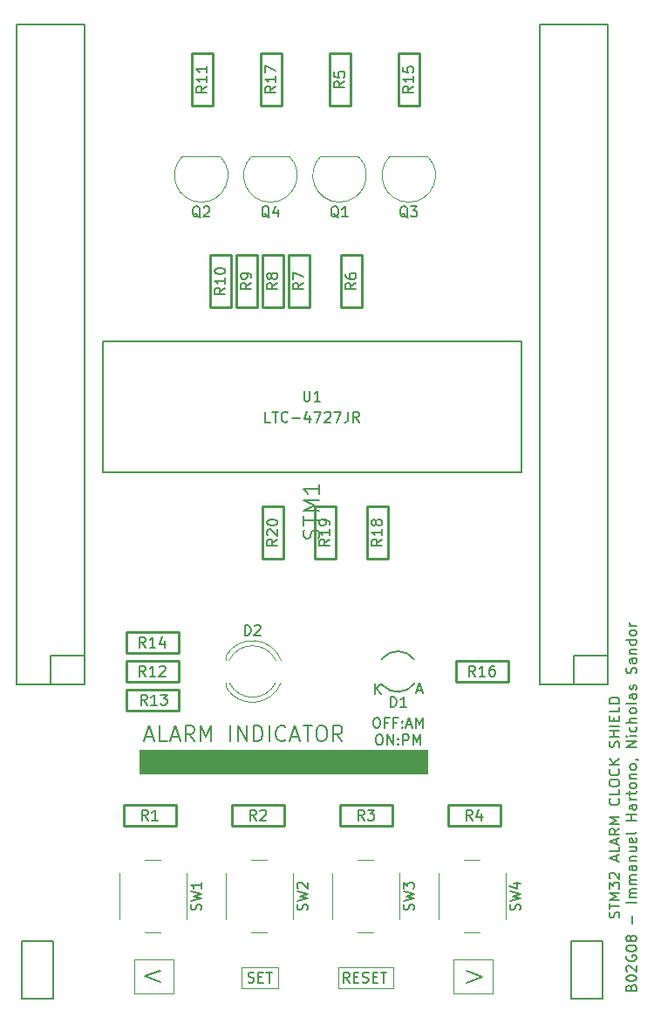
<source format=gbr>
%TF.GenerationSoftware,KiCad,Pcbnew,(5.1.10)-1*%
%TF.CreationDate,2021-07-08T21:42:34-07:00*%
%TF.ProjectId,299PCB,32393950-4342-42e6-9b69-6361645f7063,rev?*%
%TF.SameCoordinates,Original*%
%TF.FileFunction,Legend,Top*%
%TF.FilePolarity,Positive*%
%FSLAX46Y46*%
G04 Gerber Fmt 4.6, Leading zero omitted, Abs format (unit mm)*
G04 Created by KiCad (PCBNEW (5.1.10)-1) date 2021-07-08 21:42:34*
%MOMM*%
%LPD*%
G01*
G04 APERTURE LIST*
%ADD10C,0.150000*%
%ADD11C,0.120000*%
%ADD12C,0.100000*%
%ADD13C,0.254000*%
%ADD14C,0.152400*%
%ADD15C,0.203200*%
G04 APERTURE END LIST*
D10*
X190333761Y-128292476D02*
X190381380Y-128149619D01*
X190381380Y-127911523D01*
X190333761Y-127816285D01*
X190286142Y-127768666D01*
X190190904Y-127721047D01*
X190095666Y-127721047D01*
X190000428Y-127768666D01*
X189952809Y-127816285D01*
X189905190Y-127911523D01*
X189857571Y-128102000D01*
X189809952Y-128197238D01*
X189762333Y-128244857D01*
X189667095Y-128292476D01*
X189571857Y-128292476D01*
X189476619Y-128244857D01*
X189429000Y-128197238D01*
X189381380Y-128102000D01*
X189381380Y-127863904D01*
X189429000Y-127721047D01*
X189381380Y-127435333D02*
X189381380Y-126863904D01*
X190381380Y-127149619D02*
X189381380Y-127149619D01*
X190381380Y-126530571D02*
X189381380Y-126530571D01*
X190095666Y-126197238D01*
X189381380Y-125863904D01*
X190381380Y-125863904D01*
X189381380Y-125482952D02*
X189381380Y-124863904D01*
X189762333Y-125197238D01*
X189762333Y-125054380D01*
X189809952Y-124959142D01*
X189857571Y-124911523D01*
X189952809Y-124863904D01*
X190190904Y-124863904D01*
X190286142Y-124911523D01*
X190333761Y-124959142D01*
X190381380Y-125054380D01*
X190381380Y-125340095D01*
X190333761Y-125435333D01*
X190286142Y-125482952D01*
X189476619Y-124482952D02*
X189429000Y-124435333D01*
X189381380Y-124340095D01*
X189381380Y-124102000D01*
X189429000Y-124006761D01*
X189476619Y-123959142D01*
X189571857Y-123911523D01*
X189667095Y-123911523D01*
X189809952Y-123959142D01*
X190381380Y-124530571D01*
X190381380Y-123911523D01*
X190095666Y-122768666D02*
X190095666Y-122292476D01*
X190381380Y-122863904D02*
X189381380Y-122530571D01*
X190381380Y-122197238D01*
X190381380Y-121387714D02*
X190381380Y-121863904D01*
X189381380Y-121863904D01*
X190095666Y-121102000D02*
X190095666Y-120625809D01*
X190381380Y-121197238D02*
X189381380Y-120863904D01*
X190381380Y-120530571D01*
X190381380Y-119625809D02*
X189905190Y-119959142D01*
X190381380Y-120197238D02*
X189381380Y-120197238D01*
X189381380Y-119816285D01*
X189429000Y-119721047D01*
X189476619Y-119673428D01*
X189571857Y-119625809D01*
X189714714Y-119625809D01*
X189809952Y-119673428D01*
X189857571Y-119721047D01*
X189905190Y-119816285D01*
X189905190Y-120197238D01*
X190381380Y-119197238D02*
X189381380Y-119197238D01*
X190095666Y-118863904D01*
X189381380Y-118530571D01*
X190381380Y-118530571D01*
X190286142Y-116721047D02*
X190333761Y-116768666D01*
X190381380Y-116911523D01*
X190381380Y-117006761D01*
X190333761Y-117149619D01*
X190238523Y-117244857D01*
X190143285Y-117292476D01*
X189952809Y-117340095D01*
X189809952Y-117340095D01*
X189619476Y-117292476D01*
X189524238Y-117244857D01*
X189429000Y-117149619D01*
X189381380Y-117006761D01*
X189381380Y-116911523D01*
X189429000Y-116768666D01*
X189476619Y-116721047D01*
X190381380Y-115816285D02*
X190381380Y-116292476D01*
X189381380Y-116292476D01*
X189381380Y-115292476D02*
X189381380Y-115102000D01*
X189429000Y-115006761D01*
X189524238Y-114911523D01*
X189714714Y-114863904D01*
X190048047Y-114863904D01*
X190238523Y-114911523D01*
X190333761Y-115006761D01*
X190381380Y-115102000D01*
X190381380Y-115292476D01*
X190333761Y-115387714D01*
X190238523Y-115482952D01*
X190048047Y-115530571D01*
X189714714Y-115530571D01*
X189524238Y-115482952D01*
X189429000Y-115387714D01*
X189381380Y-115292476D01*
X190286142Y-113863904D02*
X190333761Y-113911523D01*
X190381380Y-114054380D01*
X190381380Y-114149619D01*
X190333761Y-114292476D01*
X190238523Y-114387714D01*
X190143285Y-114435333D01*
X189952809Y-114482952D01*
X189809952Y-114482952D01*
X189619476Y-114435333D01*
X189524238Y-114387714D01*
X189429000Y-114292476D01*
X189381380Y-114149619D01*
X189381380Y-114054380D01*
X189429000Y-113911523D01*
X189476619Y-113863904D01*
X190381380Y-113435333D02*
X189381380Y-113435333D01*
X190381380Y-112863904D02*
X189809952Y-113292476D01*
X189381380Y-112863904D02*
X189952809Y-113435333D01*
X190333761Y-111721047D02*
X190381380Y-111578190D01*
X190381380Y-111340095D01*
X190333761Y-111244857D01*
X190286142Y-111197238D01*
X190190904Y-111149619D01*
X190095666Y-111149619D01*
X190000428Y-111197238D01*
X189952809Y-111244857D01*
X189905190Y-111340095D01*
X189857571Y-111530571D01*
X189809952Y-111625809D01*
X189762333Y-111673428D01*
X189667095Y-111721047D01*
X189571857Y-111721047D01*
X189476619Y-111673428D01*
X189429000Y-111625809D01*
X189381380Y-111530571D01*
X189381380Y-111292476D01*
X189429000Y-111149619D01*
X190381380Y-110721047D02*
X189381380Y-110721047D01*
X189857571Y-110721047D02*
X189857571Y-110149619D01*
X190381380Y-110149619D02*
X189381380Y-110149619D01*
X190381380Y-109673428D02*
X189381380Y-109673428D01*
X189857571Y-109197238D02*
X189857571Y-108863904D01*
X190381380Y-108721047D02*
X190381380Y-109197238D01*
X189381380Y-109197238D01*
X189381380Y-108721047D01*
X190381380Y-107816285D02*
X190381380Y-108292476D01*
X189381380Y-108292476D01*
X190381380Y-107482952D02*
X189381380Y-107482952D01*
X189381380Y-107244857D01*
X189429000Y-107102000D01*
X189524238Y-107006761D01*
X189619476Y-106959142D01*
X189809952Y-106911523D01*
X189952809Y-106911523D01*
X190143285Y-106959142D01*
X190238523Y-107006761D01*
X190333761Y-107102000D01*
X190381380Y-107244857D01*
X190381380Y-107482952D01*
X191507571Y-135054380D02*
X191555190Y-134911523D01*
X191602809Y-134863904D01*
X191698047Y-134816285D01*
X191840904Y-134816285D01*
X191936142Y-134863904D01*
X191983761Y-134911523D01*
X192031380Y-135006761D01*
X192031380Y-135387714D01*
X191031380Y-135387714D01*
X191031380Y-135054380D01*
X191079000Y-134959142D01*
X191126619Y-134911523D01*
X191221857Y-134863904D01*
X191317095Y-134863904D01*
X191412333Y-134911523D01*
X191459952Y-134959142D01*
X191507571Y-135054380D01*
X191507571Y-135387714D01*
X191031380Y-134197238D02*
X191031380Y-134102000D01*
X191079000Y-134006761D01*
X191126619Y-133959142D01*
X191221857Y-133911523D01*
X191412333Y-133863904D01*
X191650428Y-133863904D01*
X191840904Y-133911523D01*
X191936142Y-133959142D01*
X191983761Y-134006761D01*
X192031380Y-134102000D01*
X192031380Y-134197238D01*
X191983761Y-134292476D01*
X191936142Y-134340095D01*
X191840904Y-134387714D01*
X191650428Y-134435333D01*
X191412333Y-134435333D01*
X191221857Y-134387714D01*
X191126619Y-134340095D01*
X191079000Y-134292476D01*
X191031380Y-134197238D01*
X191126619Y-133482952D02*
X191079000Y-133435333D01*
X191031380Y-133340095D01*
X191031380Y-133102000D01*
X191079000Y-133006761D01*
X191126619Y-132959142D01*
X191221857Y-132911523D01*
X191317095Y-132911523D01*
X191459952Y-132959142D01*
X192031380Y-133530571D01*
X192031380Y-132911523D01*
X191079000Y-131959142D02*
X191031380Y-132054380D01*
X191031380Y-132197238D01*
X191079000Y-132340095D01*
X191174238Y-132435333D01*
X191269476Y-132482952D01*
X191459952Y-132530571D01*
X191602809Y-132530571D01*
X191793285Y-132482952D01*
X191888523Y-132435333D01*
X191983761Y-132340095D01*
X192031380Y-132197238D01*
X192031380Y-132102000D01*
X191983761Y-131959142D01*
X191936142Y-131911523D01*
X191602809Y-131911523D01*
X191602809Y-132102000D01*
X191031380Y-131292476D02*
X191031380Y-131197238D01*
X191079000Y-131102000D01*
X191126619Y-131054380D01*
X191221857Y-131006761D01*
X191412333Y-130959142D01*
X191650428Y-130959142D01*
X191840904Y-131006761D01*
X191936142Y-131054380D01*
X191983761Y-131102000D01*
X192031380Y-131197238D01*
X192031380Y-131292476D01*
X191983761Y-131387714D01*
X191936142Y-131435333D01*
X191840904Y-131482952D01*
X191650428Y-131530571D01*
X191412333Y-131530571D01*
X191221857Y-131482952D01*
X191126619Y-131435333D01*
X191079000Y-131387714D01*
X191031380Y-131292476D01*
X191459952Y-130387714D02*
X191412333Y-130482952D01*
X191364714Y-130530571D01*
X191269476Y-130578190D01*
X191221857Y-130578190D01*
X191126619Y-130530571D01*
X191079000Y-130482952D01*
X191031380Y-130387714D01*
X191031380Y-130197238D01*
X191079000Y-130102000D01*
X191126619Y-130054380D01*
X191221857Y-130006761D01*
X191269476Y-130006761D01*
X191364714Y-130054380D01*
X191412333Y-130102000D01*
X191459952Y-130197238D01*
X191459952Y-130387714D01*
X191507571Y-130482952D01*
X191555190Y-130530571D01*
X191650428Y-130578190D01*
X191840904Y-130578190D01*
X191936142Y-130530571D01*
X191983761Y-130482952D01*
X192031380Y-130387714D01*
X192031380Y-130197238D01*
X191983761Y-130102000D01*
X191936142Y-130054380D01*
X191840904Y-130006761D01*
X191650428Y-130006761D01*
X191555190Y-130054380D01*
X191507571Y-130102000D01*
X191459952Y-130197238D01*
X191650428Y-128816285D02*
X191650428Y-128054380D01*
X192031380Y-126816285D02*
X191031380Y-126816285D01*
X192031380Y-126340095D02*
X191364714Y-126340095D01*
X191459952Y-126340095D02*
X191412333Y-126292476D01*
X191364714Y-126197238D01*
X191364714Y-126054380D01*
X191412333Y-125959142D01*
X191507571Y-125911523D01*
X192031380Y-125911523D01*
X191507571Y-125911523D02*
X191412333Y-125863904D01*
X191364714Y-125768666D01*
X191364714Y-125625809D01*
X191412333Y-125530571D01*
X191507571Y-125482952D01*
X192031380Y-125482952D01*
X192031380Y-125006761D02*
X191364714Y-125006761D01*
X191459952Y-125006761D02*
X191412333Y-124959142D01*
X191364714Y-124863904D01*
X191364714Y-124721047D01*
X191412333Y-124625809D01*
X191507571Y-124578190D01*
X192031380Y-124578190D01*
X191507571Y-124578190D02*
X191412333Y-124530571D01*
X191364714Y-124435333D01*
X191364714Y-124292476D01*
X191412333Y-124197238D01*
X191507571Y-124149619D01*
X192031380Y-124149619D01*
X192031380Y-123244857D02*
X191507571Y-123244857D01*
X191412333Y-123292476D01*
X191364714Y-123387714D01*
X191364714Y-123578190D01*
X191412333Y-123673428D01*
X191983761Y-123244857D02*
X192031380Y-123340095D01*
X192031380Y-123578190D01*
X191983761Y-123673428D01*
X191888523Y-123721047D01*
X191793285Y-123721047D01*
X191698047Y-123673428D01*
X191650428Y-123578190D01*
X191650428Y-123340095D01*
X191602809Y-123244857D01*
X191364714Y-122768666D02*
X192031380Y-122768666D01*
X191459952Y-122768666D02*
X191412333Y-122721047D01*
X191364714Y-122625809D01*
X191364714Y-122482952D01*
X191412333Y-122387714D01*
X191507571Y-122340095D01*
X192031380Y-122340095D01*
X191364714Y-121435333D02*
X192031380Y-121435333D01*
X191364714Y-121863904D02*
X191888523Y-121863904D01*
X191983761Y-121816285D01*
X192031380Y-121721047D01*
X192031380Y-121578190D01*
X191983761Y-121482952D01*
X191936142Y-121435333D01*
X191983761Y-120578190D02*
X192031380Y-120673428D01*
X192031380Y-120863904D01*
X191983761Y-120959142D01*
X191888523Y-121006761D01*
X191507571Y-121006761D01*
X191412333Y-120959142D01*
X191364714Y-120863904D01*
X191364714Y-120673428D01*
X191412333Y-120578190D01*
X191507571Y-120530571D01*
X191602809Y-120530571D01*
X191698047Y-121006761D01*
X192031380Y-119959142D02*
X191983761Y-120054380D01*
X191888523Y-120102000D01*
X191031380Y-120102000D01*
X192031380Y-118816285D02*
X191031380Y-118816285D01*
X191507571Y-118816285D02*
X191507571Y-118244857D01*
X192031380Y-118244857D02*
X191031380Y-118244857D01*
X192031380Y-117340095D02*
X191507571Y-117340095D01*
X191412333Y-117387714D01*
X191364714Y-117482952D01*
X191364714Y-117673428D01*
X191412333Y-117768666D01*
X191983761Y-117340095D02*
X192031380Y-117435333D01*
X192031380Y-117673428D01*
X191983761Y-117768666D01*
X191888523Y-117816285D01*
X191793285Y-117816285D01*
X191698047Y-117768666D01*
X191650428Y-117673428D01*
X191650428Y-117435333D01*
X191602809Y-117340095D01*
X192031380Y-116863904D02*
X191364714Y-116863904D01*
X191555190Y-116863904D02*
X191459952Y-116816285D01*
X191412333Y-116768666D01*
X191364714Y-116673428D01*
X191364714Y-116578190D01*
X191364714Y-116387714D02*
X191364714Y-116006761D01*
X191031380Y-116244857D02*
X191888523Y-116244857D01*
X191983761Y-116197238D01*
X192031380Y-116102000D01*
X192031380Y-116006761D01*
X192031380Y-115530571D02*
X191983761Y-115625809D01*
X191936142Y-115673428D01*
X191840904Y-115721047D01*
X191555190Y-115721047D01*
X191459952Y-115673428D01*
X191412333Y-115625809D01*
X191364714Y-115530571D01*
X191364714Y-115387714D01*
X191412333Y-115292476D01*
X191459952Y-115244857D01*
X191555190Y-115197238D01*
X191840904Y-115197238D01*
X191936142Y-115244857D01*
X191983761Y-115292476D01*
X192031380Y-115387714D01*
X192031380Y-115530571D01*
X191364714Y-114768666D02*
X192031380Y-114768666D01*
X191459952Y-114768666D02*
X191412333Y-114721047D01*
X191364714Y-114625809D01*
X191364714Y-114482952D01*
X191412333Y-114387714D01*
X191507571Y-114340095D01*
X192031380Y-114340095D01*
X192031380Y-113721047D02*
X191983761Y-113816285D01*
X191936142Y-113863904D01*
X191840904Y-113911523D01*
X191555190Y-113911523D01*
X191459952Y-113863904D01*
X191412333Y-113816285D01*
X191364714Y-113721047D01*
X191364714Y-113578190D01*
X191412333Y-113482952D01*
X191459952Y-113435333D01*
X191555190Y-113387714D01*
X191840904Y-113387714D01*
X191936142Y-113435333D01*
X191983761Y-113482952D01*
X192031380Y-113578190D01*
X192031380Y-113721047D01*
X191983761Y-112911523D02*
X192031380Y-112911523D01*
X192126619Y-112959142D01*
X192174238Y-113006761D01*
X192031380Y-111721047D02*
X191031380Y-111721047D01*
X192031380Y-111149619D01*
X191031380Y-111149619D01*
X192031380Y-110673428D02*
X191364714Y-110673428D01*
X191031380Y-110673428D02*
X191079000Y-110721047D01*
X191126619Y-110673428D01*
X191079000Y-110625809D01*
X191031380Y-110673428D01*
X191126619Y-110673428D01*
X191983761Y-109768666D02*
X192031380Y-109863904D01*
X192031380Y-110054380D01*
X191983761Y-110149619D01*
X191936142Y-110197238D01*
X191840904Y-110244857D01*
X191555190Y-110244857D01*
X191459952Y-110197238D01*
X191412333Y-110149619D01*
X191364714Y-110054380D01*
X191364714Y-109863904D01*
X191412333Y-109768666D01*
X192031380Y-109340095D02*
X191031380Y-109340095D01*
X192031380Y-108911523D02*
X191507571Y-108911523D01*
X191412333Y-108959142D01*
X191364714Y-109054380D01*
X191364714Y-109197238D01*
X191412333Y-109292476D01*
X191459952Y-109340095D01*
X192031380Y-108292476D02*
X191983761Y-108387714D01*
X191936142Y-108435333D01*
X191840904Y-108482952D01*
X191555190Y-108482952D01*
X191459952Y-108435333D01*
X191412333Y-108387714D01*
X191364714Y-108292476D01*
X191364714Y-108149619D01*
X191412333Y-108054380D01*
X191459952Y-108006761D01*
X191555190Y-107959142D01*
X191840904Y-107959142D01*
X191936142Y-108006761D01*
X191983761Y-108054380D01*
X192031380Y-108149619D01*
X192031380Y-108292476D01*
X192031380Y-107387714D02*
X191983761Y-107482952D01*
X191888523Y-107530571D01*
X191031380Y-107530571D01*
X192031380Y-106578190D02*
X191507571Y-106578190D01*
X191412333Y-106625809D01*
X191364714Y-106721047D01*
X191364714Y-106911523D01*
X191412333Y-107006761D01*
X191983761Y-106578190D02*
X192031380Y-106673428D01*
X192031380Y-106911523D01*
X191983761Y-107006761D01*
X191888523Y-107054380D01*
X191793285Y-107054380D01*
X191698047Y-107006761D01*
X191650428Y-106911523D01*
X191650428Y-106673428D01*
X191602809Y-106578190D01*
X191983761Y-106149619D02*
X192031380Y-106054380D01*
X192031380Y-105863904D01*
X191983761Y-105768666D01*
X191888523Y-105721047D01*
X191840904Y-105721047D01*
X191745666Y-105768666D01*
X191698047Y-105863904D01*
X191698047Y-106006761D01*
X191650428Y-106102000D01*
X191555190Y-106149619D01*
X191507571Y-106149619D01*
X191412333Y-106102000D01*
X191364714Y-106006761D01*
X191364714Y-105863904D01*
X191412333Y-105768666D01*
X191983761Y-104578190D02*
X192031380Y-104435333D01*
X192031380Y-104197238D01*
X191983761Y-104102000D01*
X191936142Y-104054380D01*
X191840904Y-104006761D01*
X191745666Y-104006761D01*
X191650428Y-104054380D01*
X191602809Y-104102000D01*
X191555190Y-104197238D01*
X191507571Y-104387714D01*
X191459952Y-104482952D01*
X191412333Y-104530571D01*
X191317095Y-104578190D01*
X191221857Y-104578190D01*
X191126619Y-104530571D01*
X191079000Y-104482952D01*
X191031380Y-104387714D01*
X191031380Y-104149619D01*
X191079000Y-104006761D01*
X192031380Y-103149619D02*
X191507571Y-103149619D01*
X191412333Y-103197238D01*
X191364714Y-103292476D01*
X191364714Y-103482952D01*
X191412333Y-103578190D01*
X191983761Y-103149619D02*
X192031380Y-103244857D01*
X192031380Y-103482952D01*
X191983761Y-103578190D01*
X191888523Y-103625809D01*
X191793285Y-103625809D01*
X191698047Y-103578190D01*
X191650428Y-103482952D01*
X191650428Y-103244857D01*
X191602809Y-103149619D01*
X191364714Y-102673428D02*
X192031380Y-102673428D01*
X191459952Y-102673428D02*
X191412333Y-102625809D01*
X191364714Y-102530571D01*
X191364714Y-102387714D01*
X191412333Y-102292476D01*
X191507571Y-102244857D01*
X192031380Y-102244857D01*
X192031380Y-101340095D02*
X191031380Y-101340095D01*
X191983761Y-101340095D02*
X192031380Y-101435333D01*
X192031380Y-101625809D01*
X191983761Y-101721047D01*
X191936142Y-101768666D01*
X191840904Y-101816285D01*
X191555190Y-101816285D01*
X191459952Y-101768666D01*
X191412333Y-101721047D01*
X191364714Y-101625809D01*
X191364714Y-101435333D01*
X191412333Y-101340095D01*
X192031380Y-100721047D02*
X191983761Y-100816285D01*
X191936142Y-100863904D01*
X191840904Y-100911523D01*
X191555190Y-100911523D01*
X191459952Y-100863904D01*
X191412333Y-100816285D01*
X191364714Y-100721047D01*
X191364714Y-100578190D01*
X191412333Y-100482952D01*
X191459952Y-100435333D01*
X191555190Y-100387714D01*
X191840904Y-100387714D01*
X191936142Y-100435333D01*
X191983761Y-100482952D01*
X192031380Y-100578190D01*
X192031380Y-100721047D01*
X192031380Y-99959142D02*
X191364714Y-99959142D01*
X191555190Y-99959142D02*
X191459952Y-99911523D01*
X191412333Y-99863904D01*
X191364714Y-99768666D01*
X191364714Y-99673428D01*
D11*
X153670000Y-133096000D02*
X153670000Y-135128000D01*
X157226000Y-133096000D02*
X153670000Y-133096000D01*
X157226000Y-135128000D02*
X157226000Y-133096000D01*
X153670000Y-135128000D02*
X157226000Y-135128000D01*
X163068000Y-133096000D02*
X163068000Y-135128000D01*
X168402000Y-133096000D02*
X163068000Y-133096000D01*
X168402000Y-135128000D02*
X168402000Y-133096000D01*
X163068000Y-135128000D02*
X168402000Y-135128000D01*
D10*
X164155619Y-134564380D02*
X163822285Y-134088190D01*
X163584190Y-134564380D02*
X163584190Y-133564380D01*
X163965142Y-133564380D01*
X164060380Y-133612000D01*
X164108000Y-133659619D01*
X164155619Y-133754857D01*
X164155619Y-133897714D01*
X164108000Y-133992952D01*
X164060380Y-134040571D01*
X163965142Y-134088190D01*
X163584190Y-134088190D01*
X164584190Y-134040571D02*
X164917523Y-134040571D01*
X165060380Y-134564380D02*
X164584190Y-134564380D01*
X164584190Y-133564380D01*
X165060380Y-133564380D01*
X165441333Y-134516761D02*
X165584190Y-134564380D01*
X165822285Y-134564380D01*
X165917523Y-134516761D01*
X165965142Y-134469142D01*
X166012761Y-134373904D01*
X166012761Y-134278666D01*
X165965142Y-134183428D01*
X165917523Y-134135809D01*
X165822285Y-134088190D01*
X165631809Y-134040571D01*
X165536571Y-133992952D01*
X165488952Y-133945333D01*
X165441333Y-133850095D01*
X165441333Y-133754857D01*
X165488952Y-133659619D01*
X165536571Y-133612000D01*
X165631809Y-133564380D01*
X165869904Y-133564380D01*
X166012761Y-133612000D01*
X166441333Y-134040571D02*
X166774666Y-134040571D01*
X166917523Y-134564380D02*
X166441333Y-134564380D01*
X166441333Y-133564380D01*
X166917523Y-133564380D01*
X167203238Y-133564380D02*
X167774666Y-133564380D01*
X167488952Y-134564380D02*
X167488952Y-133564380D01*
X154328952Y-134516761D02*
X154471809Y-134564380D01*
X154709904Y-134564380D01*
X154805142Y-134516761D01*
X154852761Y-134469142D01*
X154900380Y-134373904D01*
X154900380Y-134278666D01*
X154852761Y-134183428D01*
X154805142Y-134135809D01*
X154709904Y-134088190D01*
X154519428Y-134040571D01*
X154424190Y-133992952D01*
X154376571Y-133945333D01*
X154328952Y-133850095D01*
X154328952Y-133754857D01*
X154376571Y-133659619D01*
X154424190Y-133612000D01*
X154519428Y-133564380D01*
X154757523Y-133564380D01*
X154900380Y-133612000D01*
X155328952Y-134040571D02*
X155662285Y-134040571D01*
X155805142Y-134564380D02*
X155328952Y-134564380D01*
X155328952Y-133564380D01*
X155805142Y-133564380D01*
X156090857Y-133564380D02*
X156662285Y-133564380D01*
X156376571Y-134564380D02*
X156376571Y-133564380D01*
X145795904Y-134540571D02*
X144272095Y-133969142D01*
X145795904Y-133397714D01*
D11*
X146812000Y-132334000D02*
X143256000Y-132334000D01*
X143256000Y-135636000D02*
X147066000Y-135636000D01*
X147066000Y-132334000D02*
X146812000Y-132334000D01*
X147066000Y-135636000D02*
X147066000Y-132334000D01*
X143256000Y-132334000D02*
X143256000Y-135636000D01*
X174244000Y-135636000D02*
X174498000Y-135636000D01*
X174244000Y-132334000D02*
X174244000Y-135636000D01*
X178054000Y-132334000D02*
X174244000Y-132334000D01*
X178054000Y-135636000D02*
X178054000Y-132334000D01*
X174498000Y-135636000D02*
X178054000Y-135636000D01*
D12*
G36*
X171704000Y-114300000D02*
G01*
X143764000Y-114300000D01*
X143764000Y-112014000D01*
X171704000Y-112014000D01*
X171704000Y-114300000D01*
G37*
X171704000Y-114300000D02*
X143764000Y-114300000D01*
X143764000Y-112014000D01*
X171704000Y-112014000D01*
X171704000Y-114300000D01*
D10*
X175514095Y-133429428D02*
X177037904Y-134000857D01*
X175514095Y-134572285D01*
X166719523Y-108863380D02*
X166910000Y-108863380D01*
X167005238Y-108911000D01*
X167100476Y-109006238D01*
X167148095Y-109196714D01*
X167148095Y-109530047D01*
X167100476Y-109720523D01*
X167005238Y-109815761D01*
X166910000Y-109863380D01*
X166719523Y-109863380D01*
X166624285Y-109815761D01*
X166529047Y-109720523D01*
X166481428Y-109530047D01*
X166481428Y-109196714D01*
X166529047Y-109006238D01*
X166624285Y-108911000D01*
X166719523Y-108863380D01*
X167910000Y-109339571D02*
X167576666Y-109339571D01*
X167576666Y-109863380D02*
X167576666Y-108863380D01*
X168052857Y-108863380D01*
X168767142Y-109339571D02*
X168433809Y-109339571D01*
X168433809Y-109863380D02*
X168433809Y-108863380D01*
X168910000Y-108863380D01*
X169290952Y-109768142D02*
X169338571Y-109815761D01*
X169290952Y-109863380D01*
X169243333Y-109815761D01*
X169290952Y-109768142D01*
X169290952Y-109863380D01*
X169290952Y-109244333D02*
X169338571Y-109291952D01*
X169290952Y-109339571D01*
X169243333Y-109291952D01*
X169290952Y-109244333D01*
X169290952Y-109339571D01*
X169719523Y-109577666D02*
X170195714Y-109577666D01*
X169624285Y-109863380D02*
X169957619Y-108863380D01*
X170290952Y-109863380D01*
X170624285Y-109863380D02*
X170624285Y-108863380D01*
X170957619Y-109577666D01*
X171290952Y-108863380D01*
X171290952Y-109863380D01*
X166981428Y-110513380D02*
X167171904Y-110513380D01*
X167267142Y-110561000D01*
X167362380Y-110656238D01*
X167410000Y-110846714D01*
X167410000Y-111180047D01*
X167362380Y-111370523D01*
X167267142Y-111465761D01*
X167171904Y-111513380D01*
X166981428Y-111513380D01*
X166886190Y-111465761D01*
X166790952Y-111370523D01*
X166743333Y-111180047D01*
X166743333Y-110846714D01*
X166790952Y-110656238D01*
X166886190Y-110561000D01*
X166981428Y-110513380D01*
X167838571Y-111513380D02*
X167838571Y-110513380D01*
X168410000Y-111513380D01*
X168410000Y-110513380D01*
X168886190Y-111418142D02*
X168933809Y-111465761D01*
X168886190Y-111513380D01*
X168838571Y-111465761D01*
X168886190Y-111418142D01*
X168886190Y-111513380D01*
X168886190Y-110894333D02*
X168933809Y-110941952D01*
X168886190Y-110989571D01*
X168838571Y-110941952D01*
X168886190Y-110894333D01*
X168886190Y-110989571D01*
X169362380Y-111513380D02*
X169362380Y-110513380D01*
X169743333Y-110513380D01*
X169838571Y-110561000D01*
X169886190Y-110608619D01*
X169933809Y-110703857D01*
X169933809Y-110846714D01*
X169886190Y-110941952D01*
X169838571Y-110989571D01*
X169743333Y-111037190D01*
X169362380Y-111037190D01*
X170362380Y-111513380D02*
X170362380Y-110513380D01*
X170695714Y-111227666D01*
X171029047Y-110513380D01*
X171029047Y-111513380D01*
X144388285Y-110740000D02*
X145102571Y-110740000D01*
X144245428Y-111168571D02*
X144745428Y-109668571D01*
X145245428Y-111168571D01*
X146459714Y-111168571D02*
X145745428Y-111168571D01*
X145745428Y-109668571D01*
X146888285Y-110740000D02*
X147602571Y-110740000D01*
X146745428Y-111168571D02*
X147245428Y-109668571D01*
X147745428Y-111168571D01*
X149102571Y-111168571D02*
X148602571Y-110454285D01*
X148245428Y-111168571D02*
X148245428Y-109668571D01*
X148816857Y-109668571D01*
X148959714Y-109740000D01*
X149031142Y-109811428D01*
X149102571Y-109954285D01*
X149102571Y-110168571D01*
X149031142Y-110311428D01*
X148959714Y-110382857D01*
X148816857Y-110454285D01*
X148245428Y-110454285D01*
X149745428Y-111168571D02*
X149745428Y-109668571D01*
X150245428Y-110740000D01*
X150745428Y-109668571D01*
X150745428Y-111168571D01*
X152602571Y-111168571D02*
X152602571Y-109668571D01*
X153316857Y-111168571D02*
X153316857Y-109668571D01*
X154174000Y-111168571D01*
X154174000Y-109668571D01*
X154888285Y-111168571D02*
X154888285Y-109668571D01*
X155245428Y-109668571D01*
X155459714Y-109740000D01*
X155602571Y-109882857D01*
X155674000Y-110025714D01*
X155745428Y-110311428D01*
X155745428Y-110525714D01*
X155674000Y-110811428D01*
X155602571Y-110954285D01*
X155459714Y-111097142D01*
X155245428Y-111168571D01*
X154888285Y-111168571D01*
X156388285Y-111168571D02*
X156388285Y-109668571D01*
X157959714Y-111025714D02*
X157888285Y-111097142D01*
X157674000Y-111168571D01*
X157531142Y-111168571D01*
X157316857Y-111097142D01*
X157174000Y-110954285D01*
X157102571Y-110811428D01*
X157031142Y-110525714D01*
X157031142Y-110311428D01*
X157102571Y-110025714D01*
X157174000Y-109882857D01*
X157316857Y-109740000D01*
X157531142Y-109668571D01*
X157674000Y-109668571D01*
X157888285Y-109740000D01*
X157959714Y-109811428D01*
X158531142Y-110740000D02*
X159245428Y-110740000D01*
X158388285Y-111168571D02*
X158888285Y-109668571D01*
X159388285Y-111168571D01*
X159674000Y-109668571D02*
X160531142Y-109668571D01*
X160102571Y-111168571D02*
X160102571Y-109668571D01*
X161316857Y-109668571D02*
X161602571Y-109668571D01*
X161745428Y-109740000D01*
X161888285Y-109882857D01*
X161959714Y-110168571D01*
X161959714Y-110668571D01*
X161888285Y-110954285D01*
X161745428Y-111097142D01*
X161602571Y-111168571D01*
X161316857Y-111168571D01*
X161174000Y-111097142D01*
X161031142Y-110954285D01*
X160959714Y-110668571D01*
X160959714Y-110168571D01*
X161031142Y-109882857D01*
X161174000Y-109740000D01*
X161316857Y-109668571D01*
X163459714Y-111168571D02*
X162959714Y-110454285D01*
X162602571Y-111168571D02*
X162602571Y-109668571D01*
X163174000Y-109668571D01*
X163316857Y-109740000D01*
X163388285Y-109811428D01*
X163459714Y-109954285D01*
X163459714Y-110168571D01*
X163388285Y-110311428D01*
X163316857Y-110382857D01*
X163174000Y-110454285D01*
X162602571Y-110454285D01*
D11*
%TO.C,SW3*%
X164978666Y-129686000D02*
X166478666Y-129686000D01*
X168978666Y-128436000D02*
X168978666Y-123936000D01*
X166478666Y-122686000D02*
X164978666Y-122686000D01*
X162478666Y-123936000D02*
X162478666Y-128436000D01*
D10*
%TO.C,U1*%
X140208000Y-85090000D02*
X140208000Y-72390000D01*
X180848000Y-85090000D02*
X140208000Y-85090000D01*
X180848000Y-72390000D02*
X180848000Y-85090000D01*
X140208000Y-72390000D02*
X180848000Y-72390000D01*
D11*
%TO.C,Q3*%
X168087522Y-54442521D02*
G75*
G03*
X169926000Y-58880999I1838478J-1838478D01*
G01*
X171764478Y-54442521D02*
G75*
G02*
X169926000Y-58880999I-1838478J-1838478D01*
G01*
X171726000Y-54430999D02*
X168126000Y-54430999D01*
D13*
%TO.C,R4*%
X178816000Y-118364000D02*
X178816000Y-119380000D01*
X178816000Y-119380000D02*
X173736000Y-119380000D01*
X173736000Y-119380000D02*
X173736000Y-117348000D01*
X173736000Y-117348000D02*
X178816000Y-117348000D01*
X178816000Y-117348000D02*
X178816000Y-118364000D01*
%TO.C,R1*%
X142240000Y-119380000D02*
X142240000Y-118364000D01*
X147320000Y-119380000D02*
X142240000Y-119380000D01*
X147320000Y-117348000D02*
X147320000Y-119380000D01*
X142240000Y-117348000D02*
X147320000Y-117348000D01*
X142240000Y-118364000D02*
X142240000Y-117348000D01*
%TO.C,R7*%
X159258000Y-69088000D02*
X158242000Y-69088000D01*
X158242000Y-69088000D02*
X158242000Y-64008000D01*
X158242000Y-64008000D02*
X160274000Y-64008000D01*
X160274000Y-64008000D02*
X160274000Y-69088000D01*
X160274000Y-69088000D02*
X159258000Y-69088000D01*
%TO.C,R13*%
X147574000Y-107188000D02*
X147574000Y-108204000D01*
X147574000Y-108204000D02*
X142494000Y-108204000D01*
X142494000Y-108204000D02*
X142494000Y-106172000D01*
X142494000Y-106172000D02*
X147574000Y-106172000D01*
X147574000Y-106172000D02*
X147574000Y-107188000D01*
%TO.C,R17*%
X155532668Y-44450000D02*
X156548668Y-44450000D01*
X155532668Y-49530000D02*
X155532668Y-44450000D01*
X157564668Y-49530000D02*
X155532668Y-49530000D01*
X157564668Y-44450000D02*
X157564668Y-49530000D01*
X156548668Y-44450000D02*
X157564668Y-44450000D01*
%TO.C,R20*%
X156718000Y-93472000D02*
X155702000Y-93472000D01*
X155702000Y-93472000D02*
X155702000Y-88392000D01*
X155702000Y-88392000D02*
X157734000Y-88392000D01*
X157734000Y-88392000D02*
X157734000Y-93472000D01*
X157734000Y-93472000D02*
X156718000Y-93472000D01*
D10*
%TO.C,STM1*%
X182626000Y-105664000D02*
X189230000Y-105664000D01*
X182626000Y-41656000D02*
X182626000Y-105664000D01*
X189230000Y-41656000D02*
X182626000Y-41656000D01*
X189230000Y-105664000D02*
X189230000Y-41656000D01*
X185928000Y-102870000D02*
X185928000Y-105664000D01*
X189230000Y-102870000D02*
X185928000Y-102870000D01*
X131826000Y-105664000D02*
X138430000Y-105664000D01*
X131826000Y-41656000D02*
X131826000Y-105664000D01*
X138430000Y-41656000D02*
X131826000Y-41656000D01*
X138430000Y-105664000D02*
X138430000Y-41656000D01*
X135128000Y-102870000D02*
X135128000Y-105664000D01*
X138430000Y-102870000D02*
X135128000Y-102870000D01*
X132334000Y-136144000D02*
X135382000Y-136144000D01*
X132334000Y-130556000D02*
X132334000Y-136144000D01*
X135382000Y-130556000D02*
X132334000Y-130556000D01*
X135382000Y-136144000D02*
X135382000Y-130556000D01*
X185674000Y-130556000D02*
X188722000Y-130556000D01*
X185674000Y-136144000D02*
X185674000Y-130556000D01*
X188722000Y-136144000D02*
X185674000Y-136144000D01*
X188722000Y-130556000D02*
X188722000Y-136144000D01*
D13*
%TO.C,R9*%
X154178000Y-69088000D02*
X153162000Y-69088000D01*
X153162000Y-69088000D02*
X153162000Y-64008000D01*
X153162000Y-64008000D02*
X155194000Y-64008000D01*
X155194000Y-64008000D02*
X155194000Y-69088000D01*
X155194000Y-69088000D02*
X154178000Y-69088000D01*
D14*
%TO.C,D1*%
X167361000Y-103114000D02*
X167360000Y-103214000D01*
X167361000Y-105708000D02*
X167360000Y-105574000D01*
X170492661Y-105535876D02*
G75*
G02*
X167360000Y-105704000I-1632661J1151876D01*
G01*
X170464110Y-103235340D02*
G75*
G03*
X167361000Y-103108000I-1603110J-1192660D01*
G01*
D11*
%TO.C,D2*%
X152189500Y-105474000D02*
X152189500Y-105939000D01*
X152189500Y-102849000D02*
X152189500Y-103314000D01*
X157537315Y-103313173D02*
G75*
G03*
X152189500Y-102849170I-2787815J-1080827D01*
G01*
X157537315Y-105474827D02*
G75*
G02*
X152189500Y-105938830I-2787815J1080827D01*
G01*
X157003979Y-103313571D02*
G75*
G03*
X152494816Y-103314000I-2254479J-1080429D01*
G01*
X157003979Y-105474429D02*
G75*
G02*
X152494816Y-105474000I-2254479J1080429D01*
G01*
%TO.C,Q1*%
X165009000Y-54430999D02*
X161409000Y-54430999D01*
X165047478Y-54442521D02*
G75*
G02*
X163209000Y-58880999I-1838478J-1838478D01*
G01*
X161370522Y-54442521D02*
G75*
G03*
X163209000Y-58880999I1838478J-1838478D01*
G01*
%TO.C,Q2*%
X147936521Y-54442521D02*
G75*
G03*
X149774999Y-58880999I1838478J-1838478D01*
G01*
X151613477Y-54442521D02*
G75*
G02*
X149774999Y-58880999I-1838478J-1838478D01*
G01*
X151574999Y-54430999D02*
X147974999Y-54430999D01*
%TO.C,Q4*%
X158292000Y-54430999D02*
X154692000Y-54430999D01*
X158330478Y-54442521D02*
G75*
G02*
X156492000Y-58880999I-1838478J-1838478D01*
G01*
X154653522Y-54442521D02*
G75*
G03*
X156492000Y-58880999I1838478J-1838478D01*
G01*
D13*
%TO.C,R2*%
X152738666Y-118364000D02*
X152738666Y-117348000D01*
X152738666Y-117348000D02*
X157818666Y-117348000D01*
X157818666Y-117348000D02*
X157818666Y-119380000D01*
X157818666Y-119380000D02*
X152738666Y-119380000D01*
X152738666Y-119380000D02*
X152738666Y-118364000D01*
%TO.C,R3*%
X168317332Y-117348000D02*
X168317332Y-118364000D01*
X163237332Y-117348000D02*
X168317332Y-117348000D01*
X163237332Y-119380000D02*
X163237332Y-117348000D01*
X168317332Y-119380000D02*
X163237332Y-119380000D01*
X168317332Y-118364000D02*
X168317332Y-119380000D01*
%TO.C,R5*%
X162221334Y-44450000D02*
X163237334Y-44450000D01*
X162221334Y-49530000D02*
X162221334Y-44450000D01*
X164253334Y-49530000D02*
X162221334Y-49530000D01*
X164253334Y-44450000D02*
X164253334Y-49530000D01*
X163237334Y-44450000D02*
X164253334Y-44450000D01*
%TO.C,R6*%
X165354000Y-69088000D02*
X164338000Y-69088000D01*
X165354000Y-64008000D02*
X165354000Y-69088000D01*
X163322000Y-64008000D02*
X165354000Y-64008000D01*
X163322000Y-69088000D02*
X163322000Y-64008000D01*
X164338000Y-69088000D02*
X163322000Y-69088000D01*
%TO.C,R8*%
X157734000Y-69088000D02*
X156718000Y-69088000D01*
X157734000Y-64008000D02*
X157734000Y-69088000D01*
X155702000Y-64008000D02*
X157734000Y-64008000D01*
X155702000Y-69088000D02*
X155702000Y-64008000D01*
X156718000Y-69088000D02*
X155702000Y-69088000D01*
%TO.C,R10*%
X152654000Y-69088000D02*
X151638000Y-69088000D01*
X152654000Y-64008000D02*
X152654000Y-69088000D01*
X150622000Y-64008000D02*
X152654000Y-64008000D01*
X150622000Y-69088000D02*
X150622000Y-64008000D01*
X151638000Y-69088000D02*
X150622000Y-69088000D01*
%TO.C,R11*%
X149860000Y-44450000D02*
X150876000Y-44450000D01*
X150876000Y-44450000D02*
X150876000Y-49530000D01*
X150876000Y-49530000D02*
X148844000Y-49530000D01*
X148844000Y-49530000D02*
X148844000Y-44450000D01*
X148844000Y-44450000D02*
X149860000Y-44450000D01*
%TO.C,R12*%
X147574000Y-103378000D02*
X147574000Y-104394000D01*
X142494000Y-103378000D02*
X147574000Y-103378000D01*
X142494000Y-105410000D02*
X142494000Y-103378000D01*
X147574000Y-105410000D02*
X142494000Y-105410000D01*
X147574000Y-104394000D02*
X147574000Y-105410000D01*
%TO.C,R14*%
X147574000Y-101600000D02*
X147574000Y-102616000D01*
X147574000Y-102616000D02*
X142494000Y-102616000D01*
X142494000Y-102616000D02*
X142494000Y-100584000D01*
X142494000Y-100584000D02*
X147574000Y-100584000D01*
X147574000Y-100584000D02*
X147574000Y-101600000D01*
%TO.C,R15*%
X169926000Y-44450000D02*
X170942000Y-44450000D01*
X170942000Y-44450000D02*
X170942000Y-49530000D01*
X170942000Y-49530000D02*
X168910000Y-49530000D01*
X168910000Y-49530000D02*
X168910000Y-44450000D01*
X168910000Y-44450000D02*
X169926000Y-44450000D01*
%TO.C,R16*%
X174498000Y-105410000D02*
X174498000Y-104394000D01*
X179578000Y-105410000D02*
X174498000Y-105410000D01*
X179578000Y-103378000D02*
X179578000Y-105410000D01*
X174498000Y-103378000D02*
X179578000Y-103378000D01*
X174498000Y-104394000D02*
X174498000Y-103378000D01*
%TO.C,R18*%
X166878000Y-93472000D02*
X165862000Y-93472000D01*
X165862000Y-93472000D02*
X165862000Y-88392000D01*
X165862000Y-88392000D02*
X167894000Y-88392000D01*
X167894000Y-88392000D02*
X167894000Y-93472000D01*
X167894000Y-93472000D02*
X166878000Y-93472000D01*
%TO.C,R19*%
X162814000Y-93472000D02*
X161798000Y-93472000D01*
X162814000Y-88392000D02*
X162814000Y-93472000D01*
X160782000Y-88392000D02*
X162814000Y-88392000D01*
X160782000Y-93472000D02*
X160782000Y-88392000D01*
X161798000Y-93472000D02*
X160782000Y-93472000D01*
D11*
%TO.C,SW1*%
X144320000Y-129686000D02*
X145820000Y-129686000D01*
X148320000Y-128436000D02*
X148320000Y-123936000D01*
X145820000Y-122686000D02*
X144320000Y-122686000D01*
X141820000Y-123936000D02*
X141820000Y-128436000D01*
%TO.C,SW2*%
X152149333Y-123936000D02*
X152149333Y-128436000D01*
X156149333Y-122686000D02*
X154649333Y-122686000D01*
X158649333Y-128436000D02*
X158649333Y-123936000D01*
X154649333Y-129686000D02*
X156149333Y-129686000D01*
%TO.C,SW4*%
X172808000Y-123936000D02*
X172808000Y-128436000D01*
X176808000Y-122686000D02*
X175308000Y-122686000D01*
X179308000Y-128436000D02*
X179308000Y-123936000D01*
X175308000Y-129686000D02*
X176808000Y-129686000D01*
%TO.C,SW3*%
D10*
X170383427Y-127519333D02*
X170431046Y-127376476D01*
X170431046Y-127138380D01*
X170383427Y-127043142D01*
X170335808Y-126995523D01*
X170240570Y-126947904D01*
X170145332Y-126947904D01*
X170050094Y-126995523D01*
X170002475Y-127043142D01*
X169954856Y-127138380D01*
X169907237Y-127328857D01*
X169859618Y-127424095D01*
X169811999Y-127471714D01*
X169716761Y-127519333D01*
X169621523Y-127519333D01*
X169526285Y-127471714D01*
X169478666Y-127424095D01*
X169431046Y-127328857D01*
X169431046Y-127090761D01*
X169478666Y-126947904D01*
X169431046Y-126614571D02*
X170431046Y-126376476D01*
X169716761Y-126186000D01*
X170431046Y-125995523D01*
X169431046Y-125757428D01*
X169431046Y-125471714D02*
X169431046Y-124852666D01*
X169811999Y-125186000D01*
X169811999Y-125043142D01*
X169859618Y-124947904D01*
X169907237Y-124900285D01*
X170002475Y-124852666D01*
X170240570Y-124852666D01*
X170335808Y-124900285D01*
X170383427Y-124947904D01*
X170431046Y-125043142D01*
X170431046Y-125328857D01*
X170383427Y-125424095D01*
X170335808Y-125471714D01*
%TO.C,U1*%
D14*
X159753904Y-77167619D02*
X159753904Y-77990095D01*
X159802285Y-78086857D01*
X159850666Y-78135238D01*
X159947428Y-78183619D01*
X160140952Y-78183619D01*
X160237714Y-78135238D01*
X160286095Y-78086857D01*
X160334476Y-77990095D01*
X160334476Y-77167619D01*
X161350476Y-78183619D02*
X160769904Y-78183619D01*
X161060190Y-78183619D02*
X161060190Y-77167619D01*
X160963428Y-77312761D01*
X160866666Y-77409523D01*
X160769904Y-77457904D01*
X156488190Y-80215619D02*
X156004380Y-80215619D01*
X156004380Y-79199619D01*
X156681714Y-79199619D02*
X157262285Y-79199619D01*
X156972000Y-80215619D02*
X156972000Y-79199619D01*
X158181523Y-80118857D02*
X158133142Y-80167238D01*
X157988000Y-80215619D01*
X157891238Y-80215619D01*
X157746095Y-80167238D01*
X157649333Y-80070476D01*
X157600952Y-79973714D01*
X157552571Y-79780190D01*
X157552571Y-79635047D01*
X157600952Y-79441523D01*
X157649333Y-79344761D01*
X157746095Y-79248000D01*
X157891238Y-79199619D01*
X157988000Y-79199619D01*
X158133142Y-79248000D01*
X158181523Y-79296380D01*
X158616952Y-79828571D02*
X159391047Y-79828571D01*
X160310285Y-79538285D02*
X160310285Y-80215619D01*
X160068380Y-79151238D02*
X159826476Y-79876952D01*
X160455428Y-79876952D01*
X160745714Y-79199619D02*
X161423047Y-79199619D01*
X160987619Y-80215619D01*
X161761714Y-79296380D02*
X161810095Y-79248000D01*
X161906857Y-79199619D01*
X162148761Y-79199619D01*
X162245523Y-79248000D01*
X162293904Y-79296380D01*
X162342285Y-79393142D01*
X162342285Y-79489904D01*
X162293904Y-79635047D01*
X161713333Y-80215619D01*
X162342285Y-80215619D01*
X162680952Y-79199619D02*
X163358285Y-79199619D01*
X162922857Y-80215619D01*
X164035619Y-79199619D02*
X164035619Y-79925333D01*
X163987238Y-80070476D01*
X163890476Y-80167238D01*
X163745333Y-80215619D01*
X163648571Y-80215619D01*
X165100000Y-80215619D02*
X164761333Y-79731809D01*
X164519428Y-80215619D02*
X164519428Y-79199619D01*
X164906476Y-79199619D01*
X165003238Y-79248000D01*
X165051619Y-79296380D01*
X165100000Y-79393142D01*
X165100000Y-79538285D01*
X165051619Y-79635047D01*
X165003238Y-79683428D01*
X164906476Y-79731809D01*
X164519428Y-79731809D01*
%TO.C,Q3*%
D10*
X169830761Y-60388618D02*
X169735523Y-60340999D01*
X169640285Y-60245760D01*
X169497428Y-60102903D01*
X169402190Y-60055284D01*
X169306952Y-60055284D01*
X169354571Y-60293379D02*
X169259333Y-60245760D01*
X169164095Y-60150522D01*
X169116476Y-59960046D01*
X169116476Y-59626713D01*
X169164095Y-59436237D01*
X169259333Y-59340999D01*
X169354571Y-59293379D01*
X169545047Y-59293379D01*
X169640285Y-59340999D01*
X169735523Y-59436237D01*
X169783142Y-59626713D01*
X169783142Y-59960046D01*
X169735523Y-60150522D01*
X169640285Y-60245760D01*
X169545047Y-60293379D01*
X169354571Y-60293379D01*
X170116476Y-59293379D02*
X170735523Y-59293379D01*
X170402190Y-59674332D01*
X170545047Y-59674332D01*
X170640285Y-59721951D01*
X170687904Y-59769570D01*
X170735523Y-59864808D01*
X170735523Y-60102903D01*
X170687904Y-60198141D01*
X170640285Y-60245760D01*
X170545047Y-60293379D01*
X170259333Y-60293379D01*
X170164095Y-60245760D01*
X170116476Y-60198141D01*
%TO.C,R4*%
D14*
X176106666Y-118823619D02*
X175768000Y-118339809D01*
X175526095Y-118823619D02*
X175526095Y-117807619D01*
X175913142Y-117807619D01*
X176009904Y-117856000D01*
X176058285Y-117904380D01*
X176106666Y-118001142D01*
X176106666Y-118146285D01*
X176058285Y-118243047D01*
X176009904Y-118291428D01*
X175913142Y-118339809D01*
X175526095Y-118339809D01*
X176977523Y-118146285D02*
X176977523Y-118823619D01*
X176735619Y-117759238D02*
X176493714Y-118484952D01*
X177122666Y-118484952D01*
%TO.C,R1*%
X144610666Y-118823619D02*
X144272000Y-118339809D01*
X144030095Y-118823619D02*
X144030095Y-117807619D01*
X144417142Y-117807619D01*
X144513904Y-117856000D01*
X144562285Y-117904380D01*
X144610666Y-118001142D01*
X144610666Y-118146285D01*
X144562285Y-118243047D01*
X144513904Y-118291428D01*
X144417142Y-118339809D01*
X144030095Y-118339809D01*
X145578285Y-118823619D02*
X144997714Y-118823619D01*
X145288000Y-118823619D02*
X145288000Y-117807619D01*
X145191238Y-117952761D01*
X145094476Y-118049523D01*
X144997714Y-118097904D01*
%TO.C,R7*%
X159717619Y-66717333D02*
X159233809Y-67056000D01*
X159717619Y-67297904D02*
X158701619Y-67297904D01*
X158701619Y-66910857D01*
X158750000Y-66814095D01*
X158798380Y-66765714D01*
X158895142Y-66717333D01*
X159040285Y-66717333D01*
X159137047Y-66765714D01*
X159185428Y-66814095D01*
X159233809Y-66910857D01*
X159233809Y-67297904D01*
X158701619Y-66378666D02*
X158701619Y-65701333D01*
X159717619Y-66136761D01*
%TO.C,R13*%
X144523857Y-107647619D02*
X144185190Y-107163809D01*
X143943285Y-107647619D02*
X143943285Y-106631619D01*
X144330333Y-106631619D01*
X144427095Y-106680000D01*
X144475476Y-106728380D01*
X144523857Y-106825142D01*
X144523857Y-106970285D01*
X144475476Y-107067047D01*
X144427095Y-107115428D01*
X144330333Y-107163809D01*
X143943285Y-107163809D01*
X145491476Y-107647619D02*
X144910904Y-107647619D01*
X145201190Y-107647619D02*
X145201190Y-106631619D01*
X145104428Y-106776761D01*
X145007666Y-106873523D01*
X144910904Y-106921904D01*
X145830142Y-106631619D02*
X146459095Y-106631619D01*
X146120428Y-107018666D01*
X146265571Y-107018666D01*
X146362333Y-107067047D01*
X146410714Y-107115428D01*
X146459095Y-107212190D01*
X146459095Y-107454095D01*
X146410714Y-107550857D01*
X146362333Y-107599238D01*
X146265571Y-107647619D01*
X145975285Y-107647619D01*
X145878523Y-107599238D01*
X145830142Y-107550857D01*
%TO.C,R17*%
X157008287Y-47643142D02*
X156524477Y-47981809D01*
X157008287Y-48223714D02*
X155992287Y-48223714D01*
X155992287Y-47836666D01*
X156040668Y-47739904D01*
X156089048Y-47691523D01*
X156185810Y-47643142D01*
X156330953Y-47643142D01*
X156427715Y-47691523D01*
X156476096Y-47739904D01*
X156524477Y-47836666D01*
X156524477Y-48223714D01*
X157008287Y-46675523D02*
X157008287Y-47256095D01*
X157008287Y-46965809D02*
X155992287Y-46965809D01*
X156137429Y-47062571D01*
X156234191Y-47159333D01*
X156282572Y-47256095D01*
X155992287Y-46336857D02*
X155992287Y-45659523D01*
X157008287Y-46094952D01*
%TO.C,R20*%
X157177619Y-91585142D02*
X156693809Y-91923809D01*
X157177619Y-92165714D02*
X156161619Y-92165714D01*
X156161619Y-91778666D01*
X156210000Y-91681904D01*
X156258380Y-91633523D01*
X156355142Y-91585142D01*
X156500285Y-91585142D01*
X156597047Y-91633523D01*
X156645428Y-91681904D01*
X156693809Y-91778666D01*
X156693809Y-92165714D01*
X156258380Y-91198095D02*
X156210000Y-91149714D01*
X156161619Y-91052952D01*
X156161619Y-90811047D01*
X156210000Y-90714285D01*
X156258380Y-90665904D01*
X156355142Y-90617523D01*
X156451904Y-90617523D01*
X156597047Y-90665904D01*
X157177619Y-91246476D01*
X157177619Y-90617523D01*
X156161619Y-89988571D02*
X156161619Y-89891809D01*
X156210000Y-89795047D01*
X156258380Y-89746666D01*
X156355142Y-89698285D01*
X156548666Y-89649904D01*
X156790571Y-89649904D01*
X156984095Y-89698285D01*
X157080857Y-89746666D01*
X157129238Y-89795047D01*
X157177619Y-89891809D01*
X157177619Y-89988571D01*
X157129238Y-90085333D01*
X157080857Y-90133714D01*
X156984095Y-90182095D01*
X156790571Y-90230476D01*
X156548666Y-90230476D01*
X156355142Y-90182095D01*
X156258380Y-90133714D01*
X156210000Y-90085333D01*
X156161619Y-89988571D01*
%TO.C,STM1*%
D15*
X161144857Y-91512571D02*
X161217428Y-91294857D01*
X161217428Y-90932000D01*
X161144857Y-90786857D01*
X161072285Y-90714285D01*
X160927142Y-90641714D01*
X160782000Y-90641714D01*
X160636857Y-90714285D01*
X160564285Y-90786857D01*
X160491714Y-90932000D01*
X160419142Y-91222285D01*
X160346571Y-91367428D01*
X160274000Y-91440000D01*
X160128857Y-91512571D01*
X159983714Y-91512571D01*
X159838571Y-91440000D01*
X159766000Y-91367428D01*
X159693428Y-91222285D01*
X159693428Y-90859428D01*
X159766000Y-90641714D01*
X159693428Y-90206285D02*
X159693428Y-89335428D01*
X161217428Y-89770857D02*
X159693428Y-89770857D01*
X161217428Y-88827428D02*
X159693428Y-88827428D01*
X160782000Y-88319428D01*
X159693428Y-87811428D01*
X161217428Y-87811428D01*
X161217428Y-86287428D02*
X161217428Y-87158285D01*
X161217428Y-86722857D02*
X159693428Y-86722857D01*
X159911142Y-86868000D01*
X160056285Y-87013142D01*
X160128857Y-87158285D01*
%TO.C,R9*%
D14*
X154637619Y-66717333D02*
X154153809Y-67056000D01*
X154637619Y-67297904D02*
X153621619Y-67297904D01*
X153621619Y-66910857D01*
X153670000Y-66814095D01*
X153718380Y-66765714D01*
X153815142Y-66717333D01*
X153960285Y-66717333D01*
X154057047Y-66765714D01*
X154105428Y-66814095D01*
X154153809Y-66910857D01*
X154153809Y-67297904D01*
X154637619Y-66233523D02*
X154637619Y-66040000D01*
X154589238Y-65943238D01*
X154540857Y-65894857D01*
X154395714Y-65798095D01*
X154202190Y-65749714D01*
X153815142Y-65749714D01*
X153718380Y-65798095D01*
X153670000Y-65846476D01*
X153621619Y-65943238D01*
X153621619Y-66136761D01*
X153670000Y-66233523D01*
X153718380Y-66281904D01*
X153815142Y-66330285D01*
X154057047Y-66330285D01*
X154153809Y-66281904D01*
X154202190Y-66233523D01*
X154250571Y-66136761D01*
X154250571Y-65943238D01*
X154202190Y-65846476D01*
X154153809Y-65798095D01*
X154057047Y-65749714D01*
%TO.C,D1*%
X168160095Y-107853619D02*
X168160095Y-106837619D01*
X168402000Y-106837619D01*
X168547142Y-106886000D01*
X168643904Y-106982761D01*
X168692285Y-107079523D01*
X168740666Y-107273047D01*
X168740666Y-107418190D01*
X168692285Y-107611714D01*
X168643904Y-107708476D01*
X168547142Y-107805238D01*
X168402000Y-107853619D01*
X168160095Y-107853619D01*
X169708285Y-107853619D02*
X169127714Y-107853619D01*
X169418000Y-107853619D02*
X169418000Y-106837619D01*
X169321238Y-106982761D01*
X169224476Y-107079523D01*
X169127714Y-107127904D01*
X170700095Y-106214333D02*
X171183904Y-106214333D01*
X170603333Y-106504619D02*
X170942000Y-105488619D01*
X171280666Y-106504619D01*
X166623904Y-106593619D02*
X166623904Y-105577619D01*
X167204476Y-106593619D02*
X166769047Y-106013047D01*
X167204476Y-105577619D02*
X166623904Y-106158190D01*
%TO.C,D2*%
D10*
X154011404Y-100886380D02*
X154011404Y-99886380D01*
X154249500Y-99886380D01*
X154392357Y-99934000D01*
X154487595Y-100029238D01*
X154535214Y-100124476D01*
X154582833Y-100314952D01*
X154582833Y-100457809D01*
X154535214Y-100648285D01*
X154487595Y-100743523D01*
X154392357Y-100838761D01*
X154249500Y-100886380D01*
X154011404Y-100886380D01*
X154963785Y-99981619D02*
X155011404Y-99934000D01*
X155106642Y-99886380D01*
X155344738Y-99886380D01*
X155439976Y-99934000D01*
X155487595Y-99981619D01*
X155535214Y-100076857D01*
X155535214Y-100172095D01*
X155487595Y-100314952D01*
X154916166Y-100886380D01*
X155535214Y-100886380D01*
%TO.C,Q1*%
X163113761Y-60388618D02*
X163018523Y-60340999D01*
X162923285Y-60245760D01*
X162780428Y-60102903D01*
X162685190Y-60055284D01*
X162589952Y-60055284D01*
X162637571Y-60293379D02*
X162542333Y-60245760D01*
X162447095Y-60150522D01*
X162399476Y-59960046D01*
X162399476Y-59626713D01*
X162447095Y-59436237D01*
X162542333Y-59340999D01*
X162637571Y-59293379D01*
X162828047Y-59293379D01*
X162923285Y-59340999D01*
X163018523Y-59436237D01*
X163066142Y-59626713D01*
X163066142Y-59960046D01*
X163018523Y-60150522D01*
X162923285Y-60245760D01*
X162828047Y-60293379D01*
X162637571Y-60293379D01*
X164018523Y-60293379D02*
X163447095Y-60293379D01*
X163732809Y-60293379D02*
X163732809Y-59293379D01*
X163637571Y-59436237D01*
X163542333Y-59531475D01*
X163447095Y-59579094D01*
%TO.C,Q2*%
X149679760Y-60388618D02*
X149584522Y-60340999D01*
X149489284Y-60245760D01*
X149346427Y-60102903D01*
X149251189Y-60055284D01*
X149155951Y-60055284D01*
X149203570Y-60293379D02*
X149108332Y-60245760D01*
X149013094Y-60150522D01*
X148965475Y-59960046D01*
X148965475Y-59626713D01*
X149013094Y-59436237D01*
X149108332Y-59340999D01*
X149203570Y-59293379D01*
X149394046Y-59293379D01*
X149489284Y-59340999D01*
X149584522Y-59436237D01*
X149632141Y-59626713D01*
X149632141Y-59960046D01*
X149584522Y-60150522D01*
X149489284Y-60245760D01*
X149394046Y-60293379D01*
X149203570Y-60293379D01*
X150013094Y-59388618D02*
X150060713Y-59340999D01*
X150155951Y-59293379D01*
X150394046Y-59293379D01*
X150489284Y-59340999D01*
X150536903Y-59388618D01*
X150584522Y-59483856D01*
X150584522Y-59579094D01*
X150536903Y-59721951D01*
X149965475Y-60293379D01*
X150584522Y-60293379D01*
%TO.C,Q4*%
X156396761Y-60388618D02*
X156301523Y-60340999D01*
X156206285Y-60245760D01*
X156063428Y-60102903D01*
X155968190Y-60055284D01*
X155872952Y-60055284D01*
X155920571Y-60293379D02*
X155825333Y-60245760D01*
X155730095Y-60150522D01*
X155682476Y-59960046D01*
X155682476Y-59626713D01*
X155730095Y-59436237D01*
X155825333Y-59340999D01*
X155920571Y-59293379D01*
X156111047Y-59293379D01*
X156206285Y-59340999D01*
X156301523Y-59436237D01*
X156349142Y-59626713D01*
X156349142Y-59960046D01*
X156301523Y-60150522D01*
X156206285Y-60245760D01*
X156111047Y-60293379D01*
X155920571Y-60293379D01*
X157206285Y-59626713D02*
X157206285Y-60293379D01*
X156968190Y-59245760D02*
X156730095Y-59960046D01*
X157349142Y-59960046D01*
%TO.C,R2*%
D14*
X155109332Y-118823619D02*
X154770666Y-118339809D01*
X154528761Y-118823619D02*
X154528761Y-117807619D01*
X154915808Y-117807619D01*
X155012570Y-117856000D01*
X155060951Y-117904380D01*
X155109332Y-118001142D01*
X155109332Y-118146285D01*
X155060951Y-118243047D01*
X155012570Y-118291428D01*
X154915808Y-118339809D01*
X154528761Y-118339809D01*
X155496380Y-117904380D02*
X155544761Y-117856000D01*
X155641523Y-117807619D01*
X155883427Y-117807619D01*
X155980189Y-117856000D01*
X156028570Y-117904380D01*
X156076951Y-118001142D01*
X156076951Y-118097904D01*
X156028570Y-118243047D01*
X155447999Y-118823619D01*
X156076951Y-118823619D01*
%TO.C,R3*%
X165607998Y-118823619D02*
X165269332Y-118339809D01*
X165027427Y-118823619D02*
X165027427Y-117807619D01*
X165414474Y-117807619D01*
X165511236Y-117856000D01*
X165559617Y-117904380D01*
X165607998Y-118001142D01*
X165607998Y-118146285D01*
X165559617Y-118243047D01*
X165511236Y-118291428D01*
X165414474Y-118339809D01*
X165027427Y-118339809D01*
X165946665Y-117807619D02*
X166575617Y-117807619D01*
X166236951Y-118194666D01*
X166382093Y-118194666D01*
X166478855Y-118243047D01*
X166527236Y-118291428D01*
X166575617Y-118388190D01*
X166575617Y-118630095D01*
X166527236Y-118726857D01*
X166478855Y-118775238D01*
X166382093Y-118823619D01*
X166091808Y-118823619D01*
X165995046Y-118775238D01*
X165946665Y-118726857D01*
%TO.C,R5*%
X163696953Y-47159333D02*
X163213143Y-47498000D01*
X163696953Y-47739904D02*
X162680953Y-47739904D01*
X162680953Y-47352857D01*
X162729334Y-47256095D01*
X162777714Y-47207714D01*
X162874476Y-47159333D01*
X163019619Y-47159333D01*
X163116381Y-47207714D01*
X163164762Y-47256095D01*
X163213143Y-47352857D01*
X163213143Y-47739904D01*
X162680953Y-46240095D02*
X162680953Y-46723904D01*
X163164762Y-46772285D01*
X163116381Y-46723904D01*
X163068000Y-46627142D01*
X163068000Y-46385238D01*
X163116381Y-46288476D01*
X163164762Y-46240095D01*
X163261524Y-46191714D01*
X163503429Y-46191714D01*
X163600191Y-46240095D01*
X163648572Y-46288476D01*
X163696953Y-46385238D01*
X163696953Y-46627142D01*
X163648572Y-46723904D01*
X163600191Y-46772285D01*
%TO.C,R6*%
X164797619Y-66717333D02*
X164313809Y-67056000D01*
X164797619Y-67297904D02*
X163781619Y-67297904D01*
X163781619Y-66910857D01*
X163830000Y-66814095D01*
X163878380Y-66765714D01*
X163975142Y-66717333D01*
X164120285Y-66717333D01*
X164217047Y-66765714D01*
X164265428Y-66814095D01*
X164313809Y-66910857D01*
X164313809Y-67297904D01*
X163781619Y-65846476D02*
X163781619Y-66040000D01*
X163830000Y-66136761D01*
X163878380Y-66185142D01*
X164023523Y-66281904D01*
X164217047Y-66330285D01*
X164604095Y-66330285D01*
X164700857Y-66281904D01*
X164749238Y-66233523D01*
X164797619Y-66136761D01*
X164797619Y-65943238D01*
X164749238Y-65846476D01*
X164700857Y-65798095D01*
X164604095Y-65749714D01*
X164362190Y-65749714D01*
X164265428Y-65798095D01*
X164217047Y-65846476D01*
X164168666Y-65943238D01*
X164168666Y-66136761D01*
X164217047Y-66233523D01*
X164265428Y-66281904D01*
X164362190Y-66330285D01*
%TO.C,R8*%
X157177619Y-66717333D02*
X156693809Y-67056000D01*
X157177619Y-67297904D02*
X156161619Y-67297904D01*
X156161619Y-66910857D01*
X156210000Y-66814095D01*
X156258380Y-66765714D01*
X156355142Y-66717333D01*
X156500285Y-66717333D01*
X156597047Y-66765714D01*
X156645428Y-66814095D01*
X156693809Y-66910857D01*
X156693809Y-67297904D01*
X156597047Y-66136761D02*
X156548666Y-66233523D01*
X156500285Y-66281904D01*
X156403523Y-66330285D01*
X156355142Y-66330285D01*
X156258380Y-66281904D01*
X156210000Y-66233523D01*
X156161619Y-66136761D01*
X156161619Y-65943238D01*
X156210000Y-65846476D01*
X156258380Y-65798095D01*
X156355142Y-65749714D01*
X156403523Y-65749714D01*
X156500285Y-65798095D01*
X156548666Y-65846476D01*
X156597047Y-65943238D01*
X156597047Y-66136761D01*
X156645428Y-66233523D01*
X156693809Y-66281904D01*
X156790571Y-66330285D01*
X156984095Y-66330285D01*
X157080857Y-66281904D01*
X157129238Y-66233523D01*
X157177619Y-66136761D01*
X157177619Y-65943238D01*
X157129238Y-65846476D01*
X157080857Y-65798095D01*
X156984095Y-65749714D01*
X156790571Y-65749714D01*
X156693809Y-65798095D01*
X156645428Y-65846476D01*
X156597047Y-65943238D01*
%TO.C,R10*%
X152097619Y-67201142D02*
X151613809Y-67539809D01*
X152097619Y-67781714D02*
X151081619Y-67781714D01*
X151081619Y-67394666D01*
X151130000Y-67297904D01*
X151178380Y-67249523D01*
X151275142Y-67201142D01*
X151420285Y-67201142D01*
X151517047Y-67249523D01*
X151565428Y-67297904D01*
X151613809Y-67394666D01*
X151613809Y-67781714D01*
X152097619Y-66233523D02*
X152097619Y-66814095D01*
X152097619Y-66523809D02*
X151081619Y-66523809D01*
X151226761Y-66620571D01*
X151323523Y-66717333D01*
X151371904Y-66814095D01*
X151081619Y-65604571D02*
X151081619Y-65507809D01*
X151130000Y-65411047D01*
X151178380Y-65362666D01*
X151275142Y-65314285D01*
X151468666Y-65265904D01*
X151710571Y-65265904D01*
X151904095Y-65314285D01*
X152000857Y-65362666D01*
X152049238Y-65411047D01*
X152097619Y-65507809D01*
X152097619Y-65604571D01*
X152049238Y-65701333D01*
X152000857Y-65749714D01*
X151904095Y-65798095D01*
X151710571Y-65846476D01*
X151468666Y-65846476D01*
X151275142Y-65798095D01*
X151178380Y-65749714D01*
X151130000Y-65701333D01*
X151081619Y-65604571D01*
%TO.C,R11*%
X150319619Y-47643142D02*
X149835809Y-47981809D01*
X150319619Y-48223714D02*
X149303619Y-48223714D01*
X149303619Y-47836666D01*
X149352000Y-47739904D01*
X149400380Y-47691523D01*
X149497142Y-47643142D01*
X149642285Y-47643142D01*
X149739047Y-47691523D01*
X149787428Y-47739904D01*
X149835809Y-47836666D01*
X149835809Y-48223714D01*
X150319619Y-46675523D02*
X150319619Y-47256095D01*
X150319619Y-46965809D02*
X149303619Y-46965809D01*
X149448761Y-47062571D01*
X149545523Y-47159333D01*
X149593904Y-47256095D01*
X150319619Y-45707904D02*
X150319619Y-46288476D01*
X150319619Y-45998190D02*
X149303619Y-45998190D01*
X149448761Y-46094952D01*
X149545523Y-46191714D01*
X149593904Y-46288476D01*
%TO.C,R12*%
X144380857Y-104853619D02*
X144042190Y-104369809D01*
X143800285Y-104853619D02*
X143800285Y-103837619D01*
X144187333Y-103837619D01*
X144284095Y-103886000D01*
X144332476Y-103934380D01*
X144380857Y-104031142D01*
X144380857Y-104176285D01*
X144332476Y-104273047D01*
X144284095Y-104321428D01*
X144187333Y-104369809D01*
X143800285Y-104369809D01*
X145348476Y-104853619D02*
X144767904Y-104853619D01*
X145058190Y-104853619D02*
X145058190Y-103837619D01*
X144961428Y-103982761D01*
X144864666Y-104079523D01*
X144767904Y-104127904D01*
X145735523Y-103934380D02*
X145783904Y-103886000D01*
X145880666Y-103837619D01*
X146122571Y-103837619D01*
X146219333Y-103886000D01*
X146267714Y-103934380D01*
X146316095Y-104031142D01*
X146316095Y-104127904D01*
X146267714Y-104273047D01*
X145687142Y-104853619D01*
X146316095Y-104853619D01*
%TO.C,R14*%
X144380857Y-102059619D02*
X144042190Y-101575809D01*
X143800285Y-102059619D02*
X143800285Y-101043619D01*
X144187333Y-101043619D01*
X144284095Y-101092000D01*
X144332476Y-101140380D01*
X144380857Y-101237142D01*
X144380857Y-101382285D01*
X144332476Y-101479047D01*
X144284095Y-101527428D01*
X144187333Y-101575809D01*
X143800285Y-101575809D01*
X145348476Y-102059619D02*
X144767904Y-102059619D01*
X145058190Y-102059619D02*
X145058190Y-101043619D01*
X144961428Y-101188761D01*
X144864666Y-101285523D01*
X144767904Y-101333904D01*
X146219333Y-101382285D02*
X146219333Y-102059619D01*
X145977428Y-100995238D02*
X145735523Y-101720952D01*
X146364476Y-101720952D01*
%TO.C,R15*%
X170385619Y-47643142D02*
X169901809Y-47981809D01*
X170385619Y-48223714D02*
X169369619Y-48223714D01*
X169369619Y-47836666D01*
X169418000Y-47739904D01*
X169466380Y-47691523D01*
X169563142Y-47643142D01*
X169708285Y-47643142D01*
X169805047Y-47691523D01*
X169853428Y-47739904D01*
X169901809Y-47836666D01*
X169901809Y-48223714D01*
X170385619Y-46675523D02*
X170385619Y-47256095D01*
X170385619Y-46965809D02*
X169369619Y-46965809D01*
X169514761Y-47062571D01*
X169611523Y-47159333D01*
X169659904Y-47256095D01*
X169369619Y-45756285D02*
X169369619Y-46240095D01*
X169853428Y-46288476D01*
X169805047Y-46240095D01*
X169756666Y-46143333D01*
X169756666Y-45901428D01*
X169805047Y-45804666D01*
X169853428Y-45756285D01*
X169950190Y-45707904D01*
X170192095Y-45707904D01*
X170288857Y-45756285D01*
X170337238Y-45804666D01*
X170385619Y-45901428D01*
X170385619Y-46143333D01*
X170337238Y-46240095D01*
X170288857Y-46288476D01*
%TO.C,R16*%
X176384857Y-104853619D02*
X176046190Y-104369809D01*
X175804285Y-104853619D02*
X175804285Y-103837619D01*
X176191333Y-103837619D01*
X176288095Y-103886000D01*
X176336476Y-103934380D01*
X176384857Y-104031142D01*
X176384857Y-104176285D01*
X176336476Y-104273047D01*
X176288095Y-104321428D01*
X176191333Y-104369809D01*
X175804285Y-104369809D01*
X177352476Y-104853619D02*
X176771904Y-104853619D01*
X177062190Y-104853619D02*
X177062190Y-103837619D01*
X176965428Y-103982761D01*
X176868666Y-104079523D01*
X176771904Y-104127904D01*
X178223333Y-103837619D02*
X178029809Y-103837619D01*
X177933047Y-103886000D01*
X177884666Y-103934380D01*
X177787904Y-104079523D01*
X177739523Y-104273047D01*
X177739523Y-104660095D01*
X177787904Y-104756857D01*
X177836285Y-104805238D01*
X177933047Y-104853619D01*
X178126571Y-104853619D01*
X178223333Y-104805238D01*
X178271714Y-104756857D01*
X178320095Y-104660095D01*
X178320095Y-104418190D01*
X178271714Y-104321428D01*
X178223333Y-104273047D01*
X178126571Y-104224666D01*
X177933047Y-104224666D01*
X177836285Y-104273047D01*
X177787904Y-104321428D01*
X177739523Y-104418190D01*
%TO.C,R18*%
X167337619Y-91585142D02*
X166853809Y-91923809D01*
X167337619Y-92165714D02*
X166321619Y-92165714D01*
X166321619Y-91778666D01*
X166370000Y-91681904D01*
X166418380Y-91633523D01*
X166515142Y-91585142D01*
X166660285Y-91585142D01*
X166757047Y-91633523D01*
X166805428Y-91681904D01*
X166853809Y-91778666D01*
X166853809Y-92165714D01*
X167337619Y-90617523D02*
X167337619Y-91198095D01*
X167337619Y-90907809D02*
X166321619Y-90907809D01*
X166466761Y-91004571D01*
X166563523Y-91101333D01*
X166611904Y-91198095D01*
X166757047Y-90036952D02*
X166708666Y-90133714D01*
X166660285Y-90182095D01*
X166563523Y-90230476D01*
X166515142Y-90230476D01*
X166418380Y-90182095D01*
X166370000Y-90133714D01*
X166321619Y-90036952D01*
X166321619Y-89843428D01*
X166370000Y-89746666D01*
X166418380Y-89698285D01*
X166515142Y-89649904D01*
X166563523Y-89649904D01*
X166660285Y-89698285D01*
X166708666Y-89746666D01*
X166757047Y-89843428D01*
X166757047Y-90036952D01*
X166805428Y-90133714D01*
X166853809Y-90182095D01*
X166950571Y-90230476D01*
X167144095Y-90230476D01*
X167240857Y-90182095D01*
X167289238Y-90133714D01*
X167337619Y-90036952D01*
X167337619Y-89843428D01*
X167289238Y-89746666D01*
X167240857Y-89698285D01*
X167144095Y-89649904D01*
X166950571Y-89649904D01*
X166853809Y-89698285D01*
X166805428Y-89746666D01*
X166757047Y-89843428D01*
%TO.C,R19*%
X162257619Y-91585142D02*
X161773809Y-91923809D01*
X162257619Y-92165714D02*
X161241619Y-92165714D01*
X161241619Y-91778666D01*
X161290000Y-91681904D01*
X161338380Y-91633523D01*
X161435142Y-91585142D01*
X161580285Y-91585142D01*
X161677047Y-91633523D01*
X161725428Y-91681904D01*
X161773809Y-91778666D01*
X161773809Y-92165714D01*
X162257619Y-90617523D02*
X162257619Y-91198095D01*
X162257619Y-90907809D02*
X161241619Y-90907809D01*
X161386761Y-91004571D01*
X161483523Y-91101333D01*
X161531904Y-91198095D01*
X162257619Y-90133714D02*
X162257619Y-89940190D01*
X162209238Y-89843428D01*
X162160857Y-89795047D01*
X162015714Y-89698285D01*
X161822190Y-89649904D01*
X161435142Y-89649904D01*
X161338380Y-89698285D01*
X161290000Y-89746666D01*
X161241619Y-89843428D01*
X161241619Y-90036952D01*
X161290000Y-90133714D01*
X161338380Y-90182095D01*
X161435142Y-90230476D01*
X161677047Y-90230476D01*
X161773809Y-90182095D01*
X161822190Y-90133714D01*
X161870571Y-90036952D01*
X161870571Y-89843428D01*
X161822190Y-89746666D01*
X161773809Y-89698285D01*
X161677047Y-89649904D01*
%TO.C,SW1*%
D10*
X149724761Y-127519333D02*
X149772380Y-127376476D01*
X149772380Y-127138380D01*
X149724761Y-127043142D01*
X149677142Y-126995523D01*
X149581904Y-126947904D01*
X149486666Y-126947904D01*
X149391428Y-126995523D01*
X149343809Y-127043142D01*
X149296190Y-127138380D01*
X149248571Y-127328857D01*
X149200952Y-127424095D01*
X149153333Y-127471714D01*
X149058095Y-127519333D01*
X148962857Y-127519333D01*
X148867619Y-127471714D01*
X148820000Y-127424095D01*
X148772380Y-127328857D01*
X148772380Y-127090761D01*
X148820000Y-126947904D01*
X148772380Y-126614571D02*
X149772380Y-126376476D01*
X149058095Y-126186000D01*
X149772380Y-125995523D01*
X148772380Y-125757428D01*
X149772380Y-124852666D02*
X149772380Y-125424095D01*
X149772380Y-125138380D02*
X148772380Y-125138380D01*
X148915238Y-125233619D01*
X149010476Y-125328857D01*
X149058095Y-125424095D01*
%TO.C,SW2*%
X160054094Y-127519333D02*
X160101713Y-127376476D01*
X160101713Y-127138380D01*
X160054094Y-127043142D01*
X160006475Y-126995523D01*
X159911237Y-126947904D01*
X159815999Y-126947904D01*
X159720761Y-126995523D01*
X159673142Y-127043142D01*
X159625523Y-127138380D01*
X159577904Y-127328857D01*
X159530285Y-127424095D01*
X159482666Y-127471714D01*
X159387428Y-127519333D01*
X159292190Y-127519333D01*
X159196952Y-127471714D01*
X159149333Y-127424095D01*
X159101713Y-127328857D01*
X159101713Y-127090761D01*
X159149333Y-126947904D01*
X159101713Y-126614571D02*
X160101713Y-126376476D01*
X159387428Y-126186000D01*
X160101713Y-125995523D01*
X159101713Y-125757428D01*
X159196952Y-125424095D02*
X159149333Y-125376476D01*
X159101713Y-125281238D01*
X159101713Y-125043142D01*
X159149333Y-124947904D01*
X159196952Y-124900285D01*
X159292190Y-124852666D01*
X159387428Y-124852666D01*
X159530285Y-124900285D01*
X160101713Y-125471714D01*
X160101713Y-124852666D01*
%TO.C,SW4*%
X180712761Y-127519333D02*
X180760380Y-127376476D01*
X180760380Y-127138380D01*
X180712761Y-127043142D01*
X180665142Y-126995523D01*
X180569904Y-126947904D01*
X180474666Y-126947904D01*
X180379428Y-126995523D01*
X180331809Y-127043142D01*
X180284190Y-127138380D01*
X180236571Y-127328857D01*
X180188952Y-127424095D01*
X180141333Y-127471714D01*
X180046095Y-127519333D01*
X179950857Y-127519333D01*
X179855619Y-127471714D01*
X179808000Y-127424095D01*
X179760380Y-127328857D01*
X179760380Y-127090761D01*
X179808000Y-126947904D01*
X179760380Y-126614571D02*
X180760380Y-126376476D01*
X180046095Y-126186000D01*
X180760380Y-125995523D01*
X179760380Y-125757428D01*
X180093714Y-124947904D02*
X180760380Y-124947904D01*
X179712761Y-125186000D02*
X180427047Y-125424095D01*
X180427047Y-124805047D01*
%TD*%
M02*

</source>
